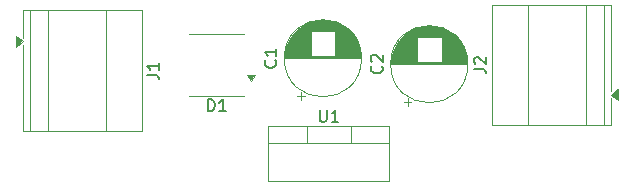
<source format=gbr>
%TF.GenerationSoftware,KiCad,Pcbnew,9.0.6*%
%TF.CreationDate,2025-11-21T23:30:09+05:30*%
%TF.ProjectId,charger_circuit,63686172-6765-4725-9f63-697263756974,rev?*%
%TF.SameCoordinates,Original*%
%TF.FileFunction,Legend,Top*%
%TF.FilePolarity,Positive*%
%FSLAX46Y46*%
G04 Gerber Fmt 4.6, Leading zero omitted, Abs format (unit mm)*
G04 Created by KiCad (PCBNEW 9.0.6) date 2025-11-21 23:30:09*
%MOMM*%
%LPD*%
G01*
G04 APERTURE LIST*
%ADD10C,0.150000*%
%ADD11C,0.120000*%
G04 APERTURE END LIST*
D10*
X62738095Y-44304819D02*
X62738095Y-45114342D01*
X62738095Y-45114342D02*
X62785714Y-45209580D01*
X62785714Y-45209580D02*
X62833333Y-45257200D01*
X62833333Y-45257200D02*
X62928571Y-45304819D01*
X62928571Y-45304819D02*
X63119047Y-45304819D01*
X63119047Y-45304819D02*
X63214285Y-45257200D01*
X63214285Y-45257200D02*
X63261904Y-45209580D01*
X63261904Y-45209580D02*
X63309523Y-45114342D01*
X63309523Y-45114342D02*
X63309523Y-44304819D01*
X64309523Y-45304819D02*
X63738095Y-45304819D01*
X64023809Y-45304819D02*
X64023809Y-44304819D01*
X64023809Y-44304819D02*
X63928571Y-44447676D01*
X63928571Y-44447676D02*
X63833333Y-44542914D01*
X63833333Y-44542914D02*
X63738095Y-44590533D01*
X75807319Y-40833333D02*
X76521604Y-40833333D01*
X76521604Y-40833333D02*
X76664461Y-40880952D01*
X76664461Y-40880952D02*
X76759700Y-40976190D01*
X76759700Y-40976190D02*
X76807319Y-41119047D01*
X76807319Y-41119047D02*
X76807319Y-41214285D01*
X75902557Y-40404761D02*
X75854938Y-40357142D01*
X75854938Y-40357142D02*
X75807319Y-40261904D01*
X75807319Y-40261904D02*
X75807319Y-40023809D01*
X75807319Y-40023809D02*
X75854938Y-39928571D01*
X75854938Y-39928571D02*
X75902557Y-39880952D01*
X75902557Y-39880952D02*
X75997795Y-39833333D01*
X75997795Y-39833333D02*
X76093033Y-39833333D01*
X76093033Y-39833333D02*
X76235890Y-39880952D01*
X76235890Y-39880952D02*
X76807319Y-40452380D01*
X76807319Y-40452380D02*
X76807319Y-39833333D01*
X48102319Y-41333333D02*
X48816604Y-41333333D01*
X48816604Y-41333333D02*
X48959461Y-41380952D01*
X48959461Y-41380952D02*
X49054700Y-41476190D01*
X49054700Y-41476190D02*
X49102319Y-41619047D01*
X49102319Y-41619047D02*
X49102319Y-41714285D01*
X49102319Y-40333333D02*
X49102319Y-40904761D01*
X49102319Y-40619047D02*
X48102319Y-40619047D01*
X48102319Y-40619047D02*
X48245176Y-40714285D01*
X48245176Y-40714285D02*
X48340414Y-40809523D01*
X48340414Y-40809523D02*
X48388033Y-40904761D01*
X53261905Y-44404819D02*
X53261905Y-43404819D01*
X53261905Y-43404819D02*
X53500000Y-43404819D01*
X53500000Y-43404819D02*
X53642857Y-43452438D01*
X53642857Y-43452438D02*
X53738095Y-43547676D01*
X53738095Y-43547676D02*
X53785714Y-43642914D01*
X53785714Y-43642914D02*
X53833333Y-43833390D01*
X53833333Y-43833390D02*
X53833333Y-43976247D01*
X53833333Y-43976247D02*
X53785714Y-44166723D01*
X53785714Y-44166723D02*
X53738095Y-44261961D01*
X53738095Y-44261961D02*
X53642857Y-44357200D01*
X53642857Y-44357200D02*
X53500000Y-44404819D01*
X53500000Y-44404819D02*
X53261905Y-44404819D01*
X54785714Y-44404819D02*
X54214286Y-44404819D01*
X54500000Y-44404819D02*
X54500000Y-43404819D01*
X54500000Y-43404819D02*
X54404762Y-43547676D01*
X54404762Y-43547676D02*
X54309524Y-43642914D01*
X54309524Y-43642914D02*
X54214286Y-43690533D01*
X67959580Y-40599046D02*
X68007200Y-40646665D01*
X68007200Y-40646665D02*
X68054819Y-40789522D01*
X68054819Y-40789522D02*
X68054819Y-40884760D01*
X68054819Y-40884760D02*
X68007200Y-41027617D01*
X68007200Y-41027617D02*
X67911961Y-41122855D01*
X67911961Y-41122855D02*
X67816723Y-41170474D01*
X67816723Y-41170474D02*
X67626247Y-41218093D01*
X67626247Y-41218093D02*
X67483390Y-41218093D01*
X67483390Y-41218093D02*
X67292914Y-41170474D01*
X67292914Y-41170474D02*
X67197676Y-41122855D01*
X67197676Y-41122855D02*
X67102438Y-41027617D01*
X67102438Y-41027617D02*
X67054819Y-40884760D01*
X67054819Y-40884760D02*
X67054819Y-40789522D01*
X67054819Y-40789522D02*
X67102438Y-40646665D01*
X67102438Y-40646665D02*
X67150057Y-40599046D01*
X67150057Y-40218093D02*
X67102438Y-40170474D01*
X67102438Y-40170474D02*
X67054819Y-40075236D01*
X67054819Y-40075236D02*
X67054819Y-39837141D01*
X67054819Y-39837141D02*
X67102438Y-39741903D01*
X67102438Y-39741903D02*
X67150057Y-39694284D01*
X67150057Y-39694284D02*
X67245295Y-39646665D01*
X67245295Y-39646665D02*
X67340533Y-39646665D01*
X67340533Y-39646665D02*
X67483390Y-39694284D01*
X67483390Y-39694284D02*
X68054819Y-40265712D01*
X68054819Y-40265712D02*
X68054819Y-39646665D01*
X58959580Y-40099046D02*
X59007200Y-40146665D01*
X59007200Y-40146665D02*
X59054819Y-40289522D01*
X59054819Y-40289522D02*
X59054819Y-40384760D01*
X59054819Y-40384760D02*
X59007200Y-40527617D01*
X59007200Y-40527617D02*
X58911961Y-40622855D01*
X58911961Y-40622855D02*
X58816723Y-40670474D01*
X58816723Y-40670474D02*
X58626247Y-40718093D01*
X58626247Y-40718093D02*
X58483390Y-40718093D01*
X58483390Y-40718093D02*
X58292914Y-40670474D01*
X58292914Y-40670474D02*
X58197676Y-40622855D01*
X58197676Y-40622855D02*
X58102438Y-40527617D01*
X58102438Y-40527617D02*
X58054819Y-40384760D01*
X58054819Y-40384760D02*
X58054819Y-40289522D01*
X58054819Y-40289522D02*
X58102438Y-40146665D01*
X58102438Y-40146665D02*
X58150057Y-40099046D01*
X59054819Y-39146665D02*
X59054819Y-39718093D01*
X59054819Y-39432379D02*
X58054819Y-39432379D01*
X58054819Y-39432379D02*
X58197676Y-39527617D01*
X58197676Y-39527617D02*
X58292914Y-39622855D01*
X58292914Y-39622855D02*
X58340533Y-39718093D01*
D11*
%TO.C,U1*%
X58390000Y-45690000D02*
X68610000Y-45690000D01*
X58390000Y-47070000D02*
X68610000Y-47070000D01*
X58390000Y-50310000D02*
X58390000Y-45690000D01*
X61650000Y-45690000D02*
X61650000Y-47070000D01*
X65350000Y-45690000D02*
X65350000Y-47070000D01*
X68610000Y-45690000D02*
X68610000Y-50310000D01*
X68610000Y-50310000D02*
X58390000Y-50310000D01*
%TO.C,J2*%
X77352500Y-45620000D02*
X77352500Y-35380000D01*
X80372500Y-45620000D02*
X80372500Y-35380000D01*
X85272500Y-45620000D02*
X85272500Y-35380000D01*
X86772500Y-45620000D02*
X86772500Y-35380000D01*
X87392500Y-45620000D02*
X77352500Y-45620000D01*
X87392500Y-43300000D02*
X87392500Y-45620000D01*
X77352500Y-35380000D02*
X87392500Y-35380000D01*
X87392500Y-35380000D02*
X87392500Y-42700000D01*
X88002500Y-43440000D02*
X87392500Y-43000000D01*
X88002500Y-42560000D01*
X88002500Y-43440000D01*
G36*
X88002500Y-43440000D02*
G01*
X87392500Y-43000000D01*
X88002500Y-42560000D01*
X88002500Y-43440000D01*
G37*
%TO.C,J1*%
X47647500Y-35880000D02*
X47647500Y-46120000D01*
X44627500Y-35880000D02*
X44627500Y-46120000D01*
X39727500Y-35880000D02*
X39727500Y-46120000D01*
X38227500Y-35880000D02*
X38227500Y-46120000D01*
X37607500Y-35880000D02*
X47647500Y-35880000D01*
X37607500Y-38200000D02*
X37607500Y-35880000D01*
X47647500Y-46120000D02*
X37607500Y-46120000D01*
X37607500Y-46120000D02*
X37607500Y-38800000D01*
X37607500Y-38500000D02*
X36997500Y-38940000D01*
X36997500Y-38060000D01*
X37607500Y-38500000D01*
G36*
X37607500Y-38500000D02*
G01*
X36997500Y-38940000D01*
X36997500Y-38060000D01*
X37607500Y-38500000D01*
G37*
%TO.C,D1*%
X56310000Y-43160000D02*
X51690000Y-43160000D01*
X51690000Y-37840000D02*
X56310000Y-37840000D01*
X56950000Y-41840000D02*
X56610000Y-41370000D01*
X57290000Y-41370000D01*
X56950000Y-41840000D01*
G36*
X56950000Y-41840000D02*
G01*
X56610000Y-41370000D01*
X57290000Y-41370000D01*
X56950000Y-41840000D01*
G37*
%TO.C,C2*%
X70161000Y-43932621D02*
X70161000Y-43302621D01*
X69846000Y-43617621D02*
X70476000Y-43617621D01*
X68770000Y-40432380D02*
X75230000Y-40432380D01*
X68770000Y-40392380D02*
X75230000Y-40392380D01*
X68771000Y-40352380D02*
X75229000Y-40352380D01*
X68772000Y-40312380D02*
X75228000Y-40312380D01*
X68774000Y-40272380D02*
X75226000Y-40272380D01*
X68776000Y-40232380D02*
X75224000Y-40232380D01*
X68779000Y-40192380D02*
X70960000Y-40192380D01*
X73040000Y-40192380D02*
X75221000Y-40192380D01*
X68782000Y-40152380D02*
X70960000Y-40152380D01*
X73040000Y-40152380D02*
X75218000Y-40152380D01*
X68786000Y-40112380D02*
X70960000Y-40112380D01*
X73040000Y-40112380D02*
X75214000Y-40112380D01*
X68790000Y-40072380D02*
X70960000Y-40072380D01*
X73040000Y-40072380D02*
X75210000Y-40072380D01*
X68795000Y-40032380D02*
X70960000Y-40032380D01*
X73040000Y-40032380D02*
X75205000Y-40032380D01*
X68800000Y-39992380D02*
X70960000Y-39992380D01*
X73040000Y-39992380D02*
X75200000Y-39992380D01*
X68805000Y-39952380D02*
X70960000Y-39952380D01*
X73040000Y-39952380D02*
X75195000Y-39952380D01*
X68812000Y-39912380D02*
X70960000Y-39912380D01*
X73040000Y-39912380D02*
X75188000Y-39912380D01*
X68818000Y-39872380D02*
X70960000Y-39872380D01*
X73040000Y-39872380D02*
X75182000Y-39872380D01*
X68826000Y-39832380D02*
X70960000Y-39832380D01*
X73040000Y-39832380D02*
X75174000Y-39832380D01*
X68833000Y-39792380D02*
X70960000Y-39792380D01*
X73040000Y-39792380D02*
X75167000Y-39792380D01*
X68841000Y-39752380D02*
X70960000Y-39752380D01*
X73040000Y-39752380D02*
X75159000Y-39752380D01*
X68850000Y-39712380D02*
X70960000Y-39712380D01*
X73040000Y-39712380D02*
X75150000Y-39712380D01*
X68860000Y-39672380D02*
X70960000Y-39672380D01*
X73040000Y-39672380D02*
X75140000Y-39672380D01*
X68869000Y-39632380D02*
X70960000Y-39632380D01*
X73040000Y-39632380D02*
X75131000Y-39632380D01*
X68880000Y-39592380D02*
X70960000Y-39592380D01*
X73040000Y-39592380D02*
X75120000Y-39592380D01*
X68891000Y-39552380D02*
X70960000Y-39552380D01*
X73040000Y-39552380D02*
X75109000Y-39552380D01*
X68902000Y-39512380D02*
X70960000Y-39512380D01*
X73040000Y-39512380D02*
X75098000Y-39512380D01*
X68914000Y-39472380D02*
X70960000Y-39472380D01*
X73040000Y-39472380D02*
X75086000Y-39472380D01*
X68927000Y-39432380D02*
X70960000Y-39432380D01*
X73040000Y-39432380D02*
X75073000Y-39432380D01*
X68940000Y-39392380D02*
X70960000Y-39392380D01*
X73040000Y-39392380D02*
X75060000Y-39392380D01*
X68953000Y-39352380D02*
X70960000Y-39352380D01*
X73040000Y-39352380D02*
X75047000Y-39352380D01*
X68968000Y-39312380D02*
X70960000Y-39312380D01*
X73040000Y-39312380D02*
X75032000Y-39312380D01*
X68983000Y-39272380D02*
X70960000Y-39272380D01*
X73040000Y-39272380D02*
X75017000Y-39272380D01*
X68998000Y-39232380D02*
X70960000Y-39232380D01*
X73040000Y-39232380D02*
X75002000Y-39232380D01*
X69014000Y-39192380D02*
X70960000Y-39192380D01*
X73040000Y-39192380D02*
X74986000Y-39192380D01*
X69031000Y-39152380D02*
X70960000Y-39152380D01*
X73040000Y-39152380D02*
X74969000Y-39152380D01*
X69048000Y-39112380D02*
X70960000Y-39112380D01*
X73040000Y-39112380D02*
X74952000Y-39112380D01*
X69066000Y-39072380D02*
X70960000Y-39072380D01*
X73040000Y-39072380D02*
X74934000Y-39072380D01*
X69085000Y-39032380D02*
X70960000Y-39032380D01*
X73040000Y-39032380D02*
X74915000Y-39032380D01*
X69104000Y-38992380D02*
X70960000Y-38992380D01*
X73040000Y-38992380D02*
X74896000Y-38992380D01*
X69124000Y-38952380D02*
X70960000Y-38952380D01*
X73040000Y-38952380D02*
X74876000Y-38952380D01*
X69145000Y-38912380D02*
X70960000Y-38912380D01*
X73040000Y-38912380D02*
X74855000Y-38912380D01*
X69166000Y-38872380D02*
X70960000Y-38872380D01*
X73040000Y-38872380D02*
X74834000Y-38872380D01*
X69188000Y-38832380D02*
X70960000Y-38832380D01*
X73040000Y-38832380D02*
X74812000Y-38832380D01*
X69211000Y-38792380D02*
X70960000Y-38792380D01*
X73040000Y-38792380D02*
X74789000Y-38792380D01*
X69235000Y-38752380D02*
X70960000Y-38752380D01*
X73040000Y-38752380D02*
X74765000Y-38752380D01*
X69259000Y-38712380D02*
X70960000Y-38712380D01*
X73040000Y-38712380D02*
X74741000Y-38712380D01*
X69284000Y-38672380D02*
X70960000Y-38672380D01*
X73040000Y-38672380D02*
X74716000Y-38672380D01*
X69310000Y-38632380D02*
X70960000Y-38632380D01*
X73040000Y-38632380D02*
X74690000Y-38632380D01*
X69337000Y-38592380D02*
X70960000Y-38592380D01*
X73040000Y-38592380D02*
X74663000Y-38592380D01*
X69364000Y-38552380D02*
X70960000Y-38552380D01*
X73040000Y-38552380D02*
X74636000Y-38552380D01*
X69393000Y-38512380D02*
X70960000Y-38512380D01*
X73040000Y-38512380D02*
X74607000Y-38512380D01*
X69423000Y-38472380D02*
X70960000Y-38472380D01*
X73040000Y-38472380D02*
X74577000Y-38472380D01*
X69453000Y-38432380D02*
X70960000Y-38432380D01*
X73040000Y-38432380D02*
X74547000Y-38432380D01*
X69484000Y-38392380D02*
X70960000Y-38392380D01*
X73040000Y-38392380D02*
X74516000Y-38392380D01*
X69517000Y-38352380D02*
X70960000Y-38352380D01*
X73040000Y-38352380D02*
X74483000Y-38352380D01*
X69550000Y-38312380D02*
X70960000Y-38312380D01*
X73040000Y-38312380D02*
X74450000Y-38312380D01*
X69585000Y-38272380D02*
X70960000Y-38272380D01*
X73040000Y-38272380D02*
X74415000Y-38272380D01*
X69621000Y-38232380D02*
X70960000Y-38232380D01*
X73040000Y-38232380D02*
X74379000Y-38232380D01*
X69658000Y-38192380D02*
X70960000Y-38192380D01*
X73040000Y-38192380D02*
X74342000Y-38192380D01*
X69696000Y-38152380D02*
X70960000Y-38152380D01*
X73040000Y-38152380D02*
X74304000Y-38152380D01*
X69736000Y-38112380D02*
X74264000Y-38112380D01*
X69777000Y-38072380D02*
X74223000Y-38072380D01*
X69819000Y-38032380D02*
X74181000Y-38032380D01*
X69863000Y-37992380D02*
X74137000Y-37992380D01*
X69909000Y-37952380D02*
X74091000Y-37952380D01*
X69956000Y-37912380D02*
X74044000Y-37912380D01*
X70005000Y-37872380D02*
X73995000Y-37872380D01*
X70057000Y-37832380D02*
X73943000Y-37832380D01*
X70110000Y-37792380D02*
X73890000Y-37792380D01*
X70166000Y-37752380D02*
X73834000Y-37752380D01*
X70225000Y-37712380D02*
X73775000Y-37712380D01*
X70286000Y-37672380D02*
X73714000Y-37672380D01*
X70351000Y-37632380D02*
X73649000Y-37632380D01*
X70419000Y-37592380D02*
X73581000Y-37592380D01*
X70491000Y-37552380D02*
X73509000Y-37552380D01*
X70568000Y-37512380D02*
X73432000Y-37512380D01*
X70650000Y-37472380D02*
X73350000Y-37472380D01*
X70739000Y-37432380D02*
X73261000Y-37432380D01*
X70835000Y-37392380D02*
X73165000Y-37392380D01*
X70942000Y-37352380D02*
X73058000Y-37352380D01*
X71061000Y-37312380D02*
X72939000Y-37312380D01*
X71199000Y-37272380D02*
X72801000Y-37272380D01*
X71367000Y-37232380D02*
X72633000Y-37232380D01*
X71598000Y-37192380D02*
X72402000Y-37192380D01*
X75270000Y-40432380D02*
G75*
G02*
X68730000Y-40432380I-3270000J0D01*
G01*
X68730000Y-40432380D02*
G75*
G02*
X75270000Y-40432380I3270000J0D01*
G01*
%TO.C,C1*%
X61161000Y-43432621D02*
X61161000Y-42802621D01*
X60846000Y-43117621D02*
X61476000Y-43117621D01*
X59770000Y-39932380D02*
X66230000Y-39932380D01*
X59770000Y-39892380D02*
X66230000Y-39892380D01*
X59771000Y-39852380D02*
X66229000Y-39852380D01*
X59772000Y-39812380D02*
X66228000Y-39812380D01*
X59774000Y-39772380D02*
X66226000Y-39772380D01*
X59776000Y-39732380D02*
X66224000Y-39732380D01*
X59779000Y-39692380D02*
X61960000Y-39692380D01*
X64040000Y-39692380D02*
X66221000Y-39692380D01*
X59782000Y-39652380D02*
X61960000Y-39652380D01*
X64040000Y-39652380D02*
X66218000Y-39652380D01*
X59786000Y-39612380D02*
X61960000Y-39612380D01*
X64040000Y-39612380D02*
X66214000Y-39612380D01*
X59790000Y-39572380D02*
X61960000Y-39572380D01*
X64040000Y-39572380D02*
X66210000Y-39572380D01*
X59795000Y-39532380D02*
X61960000Y-39532380D01*
X64040000Y-39532380D02*
X66205000Y-39532380D01*
X59800000Y-39492380D02*
X61960000Y-39492380D01*
X64040000Y-39492380D02*
X66200000Y-39492380D01*
X59805000Y-39452380D02*
X61960000Y-39452380D01*
X64040000Y-39452380D02*
X66195000Y-39452380D01*
X59812000Y-39412380D02*
X61960000Y-39412380D01*
X64040000Y-39412380D02*
X66188000Y-39412380D01*
X59818000Y-39372380D02*
X61960000Y-39372380D01*
X64040000Y-39372380D02*
X66182000Y-39372380D01*
X59826000Y-39332380D02*
X61960000Y-39332380D01*
X64040000Y-39332380D02*
X66174000Y-39332380D01*
X59833000Y-39292380D02*
X61960000Y-39292380D01*
X64040000Y-39292380D02*
X66167000Y-39292380D01*
X59841000Y-39252380D02*
X61960000Y-39252380D01*
X64040000Y-39252380D02*
X66159000Y-39252380D01*
X59850000Y-39212380D02*
X61960000Y-39212380D01*
X64040000Y-39212380D02*
X66150000Y-39212380D01*
X59860000Y-39172380D02*
X61960000Y-39172380D01*
X64040000Y-39172380D02*
X66140000Y-39172380D01*
X59869000Y-39132380D02*
X61960000Y-39132380D01*
X64040000Y-39132380D02*
X66131000Y-39132380D01*
X59880000Y-39092380D02*
X61960000Y-39092380D01*
X64040000Y-39092380D02*
X66120000Y-39092380D01*
X59891000Y-39052380D02*
X61960000Y-39052380D01*
X64040000Y-39052380D02*
X66109000Y-39052380D01*
X59902000Y-39012380D02*
X61960000Y-39012380D01*
X64040000Y-39012380D02*
X66098000Y-39012380D01*
X59914000Y-38972380D02*
X61960000Y-38972380D01*
X64040000Y-38972380D02*
X66086000Y-38972380D01*
X59927000Y-38932380D02*
X61960000Y-38932380D01*
X64040000Y-38932380D02*
X66073000Y-38932380D01*
X59940000Y-38892380D02*
X61960000Y-38892380D01*
X64040000Y-38892380D02*
X66060000Y-38892380D01*
X59953000Y-38852380D02*
X61960000Y-38852380D01*
X64040000Y-38852380D02*
X66047000Y-38852380D01*
X59968000Y-38812380D02*
X61960000Y-38812380D01*
X64040000Y-38812380D02*
X66032000Y-38812380D01*
X59983000Y-38772380D02*
X61960000Y-38772380D01*
X64040000Y-38772380D02*
X66017000Y-38772380D01*
X59998000Y-38732380D02*
X61960000Y-38732380D01*
X64040000Y-38732380D02*
X66002000Y-38732380D01*
X60014000Y-38692380D02*
X61960000Y-38692380D01*
X64040000Y-38692380D02*
X65986000Y-38692380D01*
X60031000Y-38652380D02*
X61960000Y-38652380D01*
X64040000Y-38652380D02*
X65969000Y-38652380D01*
X60048000Y-38612380D02*
X61960000Y-38612380D01*
X64040000Y-38612380D02*
X65952000Y-38612380D01*
X60066000Y-38572380D02*
X61960000Y-38572380D01*
X64040000Y-38572380D02*
X65934000Y-38572380D01*
X60085000Y-38532380D02*
X61960000Y-38532380D01*
X64040000Y-38532380D02*
X65915000Y-38532380D01*
X60104000Y-38492380D02*
X61960000Y-38492380D01*
X64040000Y-38492380D02*
X65896000Y-38492380D01*
X60124000Y-38452380D02*
X61960000Y-38452380D01*
X64040000Y-38452380D02*
X65876000Y-38452380D01*
X60145000Y-38412380D02*
X61960000Y-38412380D01*
X64040000Y-38412380D02*
X65855000Y-38412380D01*
X60166000Y-38372380D02*
X61960000Y-38372380D01*
X64040000Y-38372380D02*
X65834000Y-38372380D01*
X60188000Y-38332380D02*
X61960000Y-38332380D01*
X64040000Y-38332380D02*
X65812000Y-38332380D01*
X60211000Y-38292380D02*
X61960000Y-38292380D01*
X64040000Y-38292380D02*
X65789000Y-38292380D01*
X60235000Y-38252380D02*
X61960000Y-38252380D01*
X64040000Y-38252380D02*
X65765000Y-38252380D01*
X60259000Y-38212380D02*
X61960000Y-38212380D01*
X64040000Y-38212380D02*
X65741000Y-38212380D01*
X60284000Y-38172380D02*
X61960000Y-38172380D01*
X64040000Y-38172380D02*
X65716000Y-38172380D01*
X60310000Y-38132380D02*
X61960000Y-38132380D01*
X64040000Y-38132380D02*
X65690000Y-38132380D01*
X60337000Y-38092380D02*
X61960000Y-38092380D01*
X64040000Y-38092380D02*
X65663000Y-38092380D01*
X60364000Y-38052380D02*
X61960000Y-38052380D01*
X64040000Y-38052380D02*
X65636000Y-38052380D01*
X60393000Y-38012380D02*
X61960000Y-38012380D01*
X64040000Y-38012380D02*
X65607000Y-38012380D01*
X60423000Y-37972380D02*
X61960000Y-37972380D01*
X64040000Y-37972380D02*
X65577000Y-37972380D01*
X60453000Y-37932380D02*
X61960000Y-37932380D01*
X64040000Y-37932380D02*
X65547000Y-37932380D01*
X60484000Y-37892380D02*
X61960000Y-37892380D01*
X64040000Y-37892380D02*
X65516000Y-37892380D01*
X60517000Y-37852380D02*
X61960000Y-37852380D01*
X64040000Y-37852380D02*
X65483000Y-37852380D01*
X60550000Y-37812380D02*
X61960000Y-37812380D01*
X64040000Y-37812380D02*
X65450000Y-37812380D01*
X60585000Y-37772380D02*
X61960000Y-37772380D01*
X64040000Y-37772380D02*
X65415000Y-37772380D01*
X60621000Y-37732380D02*
X61960000Y-37732380D01*
X64040000Y-37732380D02*
X65379000Y-37732380D01*
X60658000Y-37692380D02*
X61960000Y-37692380D01*
X64040000Y-37692380D02*
X65342000Y-37692380D01*
X60696000Y-37652380D02*
X61960000Y-37652380D01*
X64040000Y-37652380D02*
X65304000Y-37652380D01*
X60736000Y-37612380D02*
X65264000Y-37612380D01*
X60777000Y-37572380D02*
X65223000Y-37572380D01*
X60819000Y-37532380D02*
X65181000Y-37532380D01*
X60863000Y-37492380D02*
X65137000Y-37492380D01*
X60909000Y-37452380D02*
X65091000Y-37452380D01*
X60956000Y-37412380D02*
X65044000Y-37412380D01*
X61005000Y-37372380D02*
X64995000Y-37372380D01*
X61057000Y-37332380D02*
X64943000Y-37332380D01*
X61110000Y-37292380D02*
X64890000Y-37292380D01*
X61166000Y-37252380D02*
X64834000Y-37252380D01*
X61225000Y-37212380D02*
X64775000Y-37212380D01*
X61286000Y-37172380D02*
X64714000Y-37172380D01*
X61351000Y-37132380D02*
X64649000Y-37132380D01*
X61419000Y-37092380D02*
X64581000Y-37092380D01*
X61491000Y-37052380D02*
X64509000Y-37052380D01*
X61568000Y-37012380D02*
X64432000Y-37012380D01*
X61650000Y-36972380D02*
X64350000Y-36972380D01*
X61739000Y-36932380D02*
X64261000Y-36932380D01*
X61835000Y-36892380D02*
X64165000Y-36892380D01*
X61942000Y-36852380D02*
X64058000Y-36852380D01*
X62061000Y-36812380D02*
X63939000Y-36812380D01*
X62199000Y-36772380D02*
X63801000Y-36772380D01*
X62367000Y-36732380D02*
X63633000Y-36732380D01*
X62598000Y-36692380D02*
X63402000Y-36692380D01*
X66270000Y-39932380D02*
G75*
G02*
X59730000Y-39932380I-3270000J0D01*
G01*
X59730000Y-39932380D02*
G75*
G02*
X66270000Y-39932380I3270000J0D01*
G01*
%TD*%
M02*

</source>
